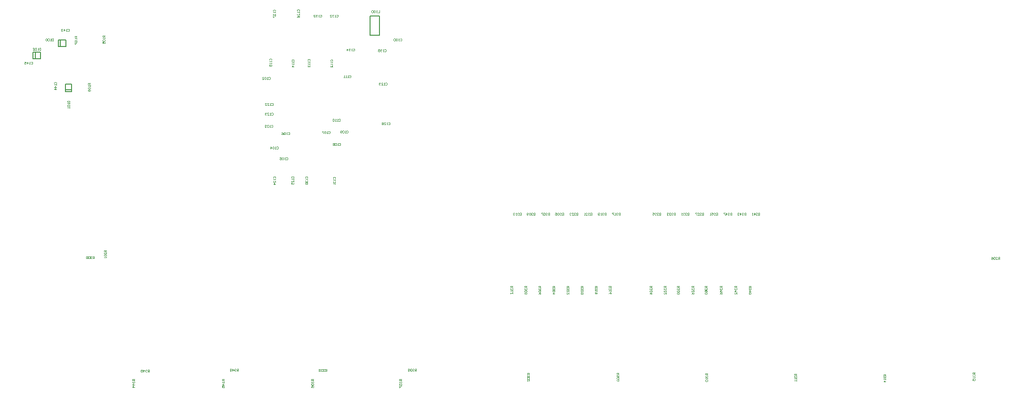
<source format=gbo>
G04 Layer_Color=32896*
%FSTAX44Y44*%
%MOMM*%
G71*
G01*
G75*
%ADD81C,0.1270*%
%ADD82C,0.1500*%
%ADD84C,0.0600*%
D81*
X0030484Y0100673D02*
X0031816D01*
Y0099527D02*
Y0100673D01*
X00308452Y00995412D02*
Y01006588D01*
X0030484Y0099527D02*
Y0100673D01*
X0030484Y0099527D02*
X0031816D01*
X0030484D02*
X0031816D01*
X0030484D02*
Y0100673D01*
X0031816Y0099527D02*
Y0100673D01*
X00308452Y00995412D02*
Y01006588D01*
X0030484Y0100673D02*
X0031816D01*
X0035034Y0102873D02*
X0036366D01*
Y0101727D02*
Y0102873D01*
X00353952Y01017412D02*
Y01028588D01*
X0035034Y0101727D02*
Y0102873D01*
X0035034Y0101727D02*
X0036366D01*
X0035034D02*
X0036366D01*
X0035034D02*
Y0102873D01*
X0036366Y0101727D02*
Y0102873D01*
X00353952Y01017412D02*
Y01028588D01*
X0035034Y0102873D02*
X0036366D01*
X0036277Y0093584D02*
Y0094916D01*
X0037423D01*
X00362912Y00939452D02*
X00374088D01*
X0036277Y0093584D02*
X0037423D01*
Y0093584D02*
Y0094916D01*
Y0093584D02*
Y0094916D01*
X0036277Y0093584D02*
X0037423D01*
X0036277Y0094916D02*
X0037423D01*
X00362912Y00939452D02*
X00374088D01*
X0036277Y0093584D02*
Y0094916D01*
D82*
X0091108Y010375D02*
X0092758D01*
X0091108D02*
Y01072D01*
X0092758D01*
Y010375D02*
Y01072D01*
D84*
X01517Y005855D02*
X01513001D01*
Y00583501D01*
X01513668Y00582834D01*
X01515D01*
X01515667Y00583501D01*
Y005855D01*
Y00584167D02*
X01517Y00582834D01*
X01513668Y00581501D02*
X01513001Y00580835D01*
Y00579502D01*
X01513668Y00578835D01*
X01514334D01*
X01515Y00579502D01*
Y00580168D01*
Y00579502D01*
X01515667Y00578835D01*
X01516333D01*
X01517Y00579502D01*
Y00580835D01*
X01516333Y00581501D01*
X01513001Y00574837D02*
Y00577503D01*
X01515D01*
X01514334Y0057617D01*
Y00575503D01*
X01515Y00574837D01*
X01516333D01*
X01517Y00575503D01*
Y00576836D01*
X01516333Y00577503D01*
X01513668Y00573504D02*
X01513001Y00572837D01*
Y00571505D01*
X01513668Y00570838D01*
X01516333D01*
X01517Y00571505D01*
Y00572837D01*
X01516333Y00573504D01*
X01513668D01*
X01544Y005855D02*
X01540001D01*
Y00583501D01*
X01540668Y00582834D01*
X01542D01*
X01542667Y00583501D01*
Y005855D01*
Y00584167D02*
X01544Y00582834D01*
X01540668Y00581501D02*
X01540001Y00580835D01*
Y00579502D01*
X01540668Y00578835D01*
X01541334D01*
X01542Y00579502D01*
Y00580168D01*
Y00579502D01*
X01542667Y00578835D01*
X01543333D01*
X01544Y00579502D01*
Y00580835D01*
X01543333Y00581501D01*
X01544Y00575503D02*
X01540001D01*
X01542Y00577503D01*
Y00574837D01*
X01540001Y00570838D02*
X01540668Y00572171D01*
X01542Y00573504D01*
X01543333D01*
X01544Y00572837D01*
Y00571505D01*
X01543333Y00570838D01*
X01542667D01*
X01542Y00571505D01*
Y00573504D01*
X0157Y005855D02*
X01566001D01*
Y00583501D01*
X01566668Y00582834D01*
X01568D01*
X01568667Y00583501D01*
Y005855D01*
Y00584167D02*
X0157Y00582834D01*
X01566668Y00581501D02*
X01566001Y00580835D01*
Y00579502D01*
X01566668Y00578835D01*
X01567334D01*
X01568Y00579502D01*
Y00580168D01*
Y00579502D01*
X01568667Y00578835D01*
X01569333D01*
X0157Y00579502D01*
Y00580835D01*
X01569333Y00581501D01*
X0157Y00575503D02*
X01566001D01*
X01568Y00577503D01*
Y00574837D01*
X0157Y00570838D02*
Y00573504D01*
X01567334Y00570838D01*
X01566668D01*
X01566001Y00571505D01*
Y00572837D01*
X01566668Y00573504D01*
X01596Y005855D02*
X01592001D01*
Y00583501D01*
X01592668Y00582834D01*
X01594001D01*
X01594667Y00583501D01*
Y005855D01*
Y00584167D02*
X01596Y00582834D01*
X01592668Y00581501D02*
X01592001Y00580835D01*
Y00579502D01*
X01592668Y00578835D01*
X01593334D01*
X01594001Y00579502D01*
Y00580168D01*
Y00579502D01*
X01594667Y00578835D01*
X01595333D01*
X01596Y00579502D01*
Y00580835D01*
X01595333Y00581501D01*
X01596Y00575503D02*
X01592001D01*
X01594001Y00577503D01*
Y00574837D01*
X01592668Y00573504D02*
X01592001Y00572837D01*
Y00571505D01*
X01592668Y00570838D01*
X01595333D01*
X01596Y00571505D01*
Y00572837D01*
X01595333Y00573504D01*
X01592668D01*
X01418Y005855D02*
X01414001D01*
Y00583501D01*
X01414668Y00582834D01*
X01416001D01*
X01416667Y00583501D01*
Y005855D01*
Y00584167D02*
X01418Y00582834D01*
X01414668Y00581501D02*
X01414001Y00580835D01*
Y00579502D01*
X01414668Y00578835D01*
X01415334D01*
X01416001Y00579502D01*
Y00580168D01*
Y00579502D01*
X01416667Y00578835D01*
X01417333D01*
X01418Y00579502D01*
Y00580835D01*
X01417333Y00581501D01*
X01414668Y00577503D02*
X01414001Y00576836D01*
Y00575503D01*
X01414668Y00574837D01*
X01415334D01*
X01416001Y00575503D01*
Y0057617D01*
Y00575503D01*
X01416667Y00574837D01*
X01417333D01*
X01418Y00575503D01*
Y00576836D01*
X01417333Y00577503D01*
X01418Y00571505D02*
X01414001D01*
X01416001Y00573504D01*
Y00570838D01*
X01443Y005855D02*
X01439001D01*
Y00583501D01*
X01439668Y00582834D01*
X01441001D01*
X01441667Y00583501D01*
Y005855D01*
Y00584167D02*
X01443Y00582834D01*
X01439668Y00581501D02*
X01439001Y00580835D01*
Y00579502D01*
X01439668Y00578835D01*
X01440334D01*
X01441001Y00579502D01*
Y00580168D01*
Y00579502D01*
X01441667Y00578835D01*
X01442333D01*
X01443Y00579502D01*
Y00580835D01*
X01442333Y00581501D01*
X01439668Y00577503D02*
X01439001Y00576836D01*
Y00575503D01*
X01439668Y00574837D01*
X01440334D01*
X01441001Y00575503D01*
Y0057617D01*
Y00575503D01*
X01441667Y00574837D01*
X01442333D01*
X01443Y00575503D01*
Y00576836D01*
X01442333Y00577503D01*
X01443Y00570838D02*
Y00573504D01*
X01440334Y00570838D01*
X01439668D01*
X01439001Y00571505D01*
Y00572837D01*
X01439668Y00573504D01*
X01467Y005855D02*
X01463001D01*
Y00583501D01*
X01463668Y00582834D01*
X01465D01*
X01465667Y00583501D01*
Y005855D01*
Y00584167D02*
X01467Y00582834D01*
X01463668Y00581501D02*
X01463001Y00580835D01*
Y00579502D01*
X01463668Y00578835D01*
X01464334D01*
X01465Y00579502D01*
Y00580168D01*
Y00579502D01*
X01465667Y00578835D01*
X01466333D01*
X01467Y00579502D01*
Y00580835D01*
X01466333Y00581501D01*
X01463668Y00577503D02*
X01463001Y00576836D01*
Y00575503D01*
X01463668Y00574837D01*
X01464334D01*
X01465Y00575503D01*
Y0057617D01*
Y00575503D01*
X01465667Y00574837D01*
X01466333D01*
X01467Y00575503D01*
Y00576836D01*
X01466333Y00577503D01*
X01463668Y00573504D02*
X01463001Y00572837D01*
Y00571505D01*
X01463668Y00570838D01*
X01466333D01*
X01467Y00571505D01*
Y00572837D01*
X01466333Y00573504D01*
X01463668D01*
X01493Y005855D02*
X01489001D01*
Y00583501D01*
X01489668Y00582834D01*
X01491001D01*
X01491667Y00583501D01*
Y005855D01*
Y00584167D02*
X01493Y00582834D01*
X01489668Y00581501D02*
X01489001Y00580835D01*
Y00579502D01*
X01489668Y00578835D01*
X01490334D01*
X01491001Y00579502D01*
Y00580168D01*
Y00579502D01*
X01491667Y00578835D01*
X01492333D01*
X01493Y00579502D01*
Y00580835D01*
X01492333Y00581501D01*
X01493Y00574837D02*
Y00577503D01*
X01490334Y00574837D01*
X01489668D01*
X01489001Y00575503D01*
Y00576836D01*
X01489668Y00577503D01*
X01489001Y00570838D02*
X01489668Y00572171D01*
X01491001Y00573504D01*
X01492333D01*
X01493Y00572837D01*
Y00571505D01*
X01492333Y00570838D01*
X01491667D01*
X01491001Y00571505D01*
Y00573504D01*
X01268429Y005855D02*
X0126443D01*
Y00583501D01*
X01265096Y00582834D01*
X01266429D01*
X01267096Y00583501D01*
Y005855D01*
Y00584167D02*
X01268429Y00582834D01*
X01265096Y00581501D02*
X0126443Y00580835D01*
Y00579502D01*
X01265096Y00578835D01*
X01265763D01*
X01266429Y00579502D01*
Y00580168D01*
Y00579502D01*
X01267096Y00578835D01*
X01267762D01*
X01268429Y00579502D01*
Y00580835D01*
X01267762Y00581501D01*
X01268429Y00574837D02*
Y00577503D01*
X01265763Y00574837D01*
X01265096D01*
X0126443Y00575503D01*
Y00576836D01*
X01265096Y00577503D01*
X01268429Y00570838D02*
Y00573504D01*
X01265763Y00570838D01*
X01265096D01*
X0126443Y00571505D01*
Y00572837D01*
X01265096Y00573504D01*
X01293786Y005855D02*
X01289787D01*
Y00583501D01*
X01290453Y00582834D01*
X01291786D01*
X01292453Y00583501D01*
Y005855D01*
Y00584167D02*
X01293786Y00582834D01*
X01290453Y00581501D02*
X01289787Y00580835D01*
Y00579502D01*
X01290453Y00578835D01*
X0129112D01*
X01291786Y00579502D01*
Y00580168D01*
Y00579502D01*
X01292453Y00578835D01*
X01293119D01*
X01293786Y00579502D01*
Y00580835D01*
X01293119Y00581501D01*
X01293786Y00574837D02*
Y00577503D01*
X0129112Y00574837D01*
X01290453D01*
X01289787Y00575503D01*
Y00576836D01*
X01290453Y00577503D01*
Y00573504D02*
X01289787Y00572837D01*
Y00571505D01*
X01290453Y00570838D01*
X01293119D01*
X01293786Y00571505D01*
Y00572837D01*
X01293119Y00573504D01*
X01290453D01*
X01319143Y005855D02*
X01315144D01*
Y00583501D01*
X01315811Y00582834D01*
X01317144D01*
X0131781Y00583501D01*
Y005855D01*
Y00584167D02*
X01319143Y00582834D01*
X01315811Y00581501D02*
X01315144Y00580835D01*
Y00579502D01*
X01315811Y00578835D01*
X01316477D01*
X01317144Y00579502D01*
Y00580168D01*
Y00579502D01*
X0131781Y00578835D01*
X01318476D01*
X01319143Y00579502D01*
Y00580835D01*
X01318476Y00581501D01*
X01319143Y00577503D02*
Y0057617D01*
Y00576836D01*
X01315144D01*
X01315811Y00577503D01*
Y0057417D02*
X01315144Y00573504D01*
Y00572171D01*
X01315811Y00571505D01*
X01316477D01*
X01317144Y00572171D01*
X0131781Y00571505D01*
X01318476D01*
X01319143Y00572171D01*
Y00573504D01*
X01318476Y0057417D01*
X0131781D01*
X01317144Y00573504D01*
X01316477Y0057417D01*
X01315811D01*
X01317144Y00573504D02*
Y00572171D01*
X013445Y005855D02*
X01340501D01*
Y00583501D01*
X01341168Y00582834D01*
X01342501D01*
X01343167Y00583501D01*
Y005855D01*
Y00584167D02*
X013445Y00582834D01*
X01341168Y00581501D02*
X01340501Y00580835D01*
Y00579502D01*
X01341168Y00578835D01*
X01341834D01*
X01342501Y00579502D01*
Y00580168D01*
Y00579502D01*
X01343167Y00578835D01*
X01343833D01*
X013445Y00579502D01*
Y00580835D01*
X01343833Y00581501D01*
X013445Y00577503D02*
Y0057617D01*
Y00576836D01*
X01340501D01*
X01341168Y00577503D01*
X01340501Y00571505D02*
X01341168Y00572837D01*
X01342501Y0057417D01*
X01343833D01*
X013445Y00573504D01*
Y00572171D01*
X01343833Y00571505D01*
X01343167D01*
X01342501Y00572171D01*
Y0057417D01*
X019985Y0042925D02*
X01994501D01*
Y00427251D01*
X01995168Y00426584D01*
X01996501D01*
X01997167Y00427251D01*
Y0042925D01*
Y00427917D02*
X019985Y00426584D01*
X01995168Y00425251D02*
X01994501Y00424585D01*
Y00423252D01*
X01995168Y00422585D01*
X01995834D01*
X01996501Y00423252D01*
Y00423918D01*
Y00423252D01*
X01997167Y00422585D01*
X01997834D01*
X019985Y00423252D01*
Y00424585D01*
X01997834Y00425251D01*
X019985Y00421253D02*
Y0041992D01*
Y00420586D01*
X01994501D01*
X01995168Y00421253D01*
X01994501Y00415255D02*
Y0041792D01*
X01996501D01*
X01995834Y00416587D01*
Y00415921D01*
X01996501Y00415255D01*
X01997834D01*
X019985Y00415921D01*
Y00417254D01*
X01997834Y0041792D01*
X0183825Y004265D02*
X01834251D01*
Y00424501D01*
X01834918Y00423834D01*
X01836251D01*
X01836917Y00424501D01*
Y004265D01*
Y00425167D02*
X0183825Y00423834D01*
X01834918Y00422501D02*
X01834251Y00421835D01*
Y00420502D01*
X01834918Y00419836D01*
X01835584D01*
X01836251Y00420502D01*
Y00421168D01*
Y00420502D01*
X01836917Y00419836D01*
X01837583D01*
X0183825Y00420502D01*
Y00421835D01*
X01837583Y00422501D01*
X0183825Y00418503D02*
Y0041717D01*
Y00417836D01*
X01834251D01*
X01834918Y00418503D01*
X0183825Y00413171D02*
X01834251D01*
X01836251Y0041517D01*
Y00412505D01*
X01167Y005855D02*
X01163001D01*
Y00583501D01*
X01163668Y00582834D01*
X01165001D01*
X01165667Y00583501D01*
Y005855D01*
Y00584167D02*
X01167Y00582834D01*
X01163668Y00581501D02*
X01163001Y00580835D01*
Y00579502D01*
X01163668Y00578835D01*
X01164334D01*
X01165001Y00579502D01*
Y00580168D01*
Y00579502D01*
X01165667Y00578835D01*
X01166333D01*
X01167Y00579502D01*
Y00580835D01*
X01166333Y00581501D01*
X01167Y00577503D02*
Y0057617D01*
Y00576836D01*
X01163001D01*
X01163668Y00577503D01*
X01167Y00571505D02*
Y0057417D01*
X01164334Y00571505D01*
X01163668D01*
X01163001Y00572171D01*
Y00573504D01*
X01163668Y0057417D01*
X01192357Y005855D02*
X01188358D01*
Y00583501D01*
X01189025Y00582834D01*
X01190358D01*
X01191024Y00583501D01*
Y005855D01*
Y00584167D02*
X01192357Y00582834D01*
X01189025Y00581501D02*
X01188358Y00580835D01*
Y00579502D01*
X01189025Y00578835D01*
X01189691D01*
X01190358Y00579502D01*
Y00580168D01*
Y00579502D01*
X01191024Y00578835D01*
X01191691D01*
X01192357Y00579502D01*
Y00580835D01*
X01191691Y00581501D01*
X01189025Y00577503D02*
X01188358Y00576836D01*
Y00575503D01*
X01189025Y00574837D01*
X01191691D01*
X01192357Y00575503D01*
Y00576836D01*
X01191691Y00577503D01*
X01189025D01*
Y00573504D02*
X01188358Y00572837D01*
Y00571505D01*
X01189025Y00570838D01*
X01189691D01*
X01190358Y00571505D01*
X01191024Y00570838D01*
X01191691D01*
X01192357Y00571505D01*
Y00572837D01*
X01191691Y00573504D01*
X01191024D01*
X01190358Y00572837D01*
X01189691Y00573504D01*
X01189025D01*
X01190358Y00572837D02*
Y00571505D01*
X016775Y00427D02*
X01673501D01*
Y00425001D01*
X01674168Y00424334D01*
X01675501D01*
X01676167Y00425001D01*
Y00427D01*
Y00425667D02*
X016775Y00424334D01*
X01674168Y00423001D02*
X01673501Y00422335D01*
Y00421002D01*
X01674168Y00420336D01*
X01674834D01*
X01675501Y00421002D01*
Y00421668D01*
Y00421002D01*
X01676167Y00420336D01*
X01676834D01*
X016775Y00421002D01*
Y00422335D01*
X01676834Y00423001D01*
X016775Y00419003D02*
Y0041767D01*
Y00418336D01*
X01673501D01*
X01674168Y00419003D01*
X016775Y0041567D02*
Y00414338D01*
Y00415004D01*
X01673501D01*
X01674168Y0041567D01*
X0151775Y0042775D02*
X01513751D01*
Y00425751D01*
X01514418Y00425084D01*
X01515751D01*
X01516417Y00425751D01*
Y0042775D01*
Y00426417D02*
X0151775Y00425084D01*
X01514418Y00423751D02*
X01513751Y00423085D01*
Y00421752D01*
X01514418Y00421086D01*
X01515084D01*
X01515751Y00421752D01*
Y00422418D01*
Y00421752D01*
X01516417Y00421086D01*
X01517084D01*
X0151775Y00421752D01*
Y00423085D01*
X01517084Y00423751D01*
X0151775Y00419753D02*
Y0041842D01*
Y00419086D01*
X01513751D01*
X01514418Y00419753D01*
Y0041642D02*
X01513751Y00415754D01*
Y00414421D01*
X01514418Y00413755D01*
X01517084D01*
X0151775Y00414421D01*
Y00415754D01*
X01517084Y0041642D01*
X01514418D01*
X01217714Y005855D02*
X01213716D01*
Y00583501D01*
X01214382Y00582834D01*
X01215715D01*
X01216381Y00583501D01*
Y005855D01*
Y00584167D02*
X01217714Y00582834D01*
X01214382Y00581501D02*
X01213716Y00580835D01*
Y00579502D01*
X01214382Y00578835D01*
X01215048D01*
X01215715Y00579502D01*
Y00580168D01*
Y00579502D01*
X01216381Y00578835D01*
X01217048D01*
X01217714Y00579502D01*
Y00580835D01*
X01217048Y00581501D01*
X01214382Y00577503D02*
X01213716Y00576836D01*
Y00575503D01*
X01214382Y00574837D01*
X01217048D01*
X01217714Y00575503D01*
Y00576836D01*
X01217048Y00577503D01*
X01214382D01*
X01213716Y00570838D02*
X01214382Y00572171D01*
X01215715Y00573504D01*
X01217048D01*
X01217714Y00572837D01*
Y00571505D01*
X01217048Y00570838D01*
X01216381D01*
X01215715Y00571505D01*
Y00573504D01*
X01243071Y005855D02*
X01239073D01*
Y00583501D01*
X01239739Y00582834D01*
X01241072D01*
X01241739Y00583501D01*
Y005855D01*
Y00584167D02*
X01243071Y00582834D01*
X01239739Y00581501D02*
X01239073Y00580835D01*
Y00579502D01*
X01239739Y00578835D01*
X01240406D01*
X01241072Y00579502D01*
Y00580168D01*
Y00579502D01*
X01241739Y00578835D01*
X01242405D01*
X01243071Y00579502D01*
Y00580835D01*
X01242405Y00581501D01*
X01239739Y00577503D02*
X01239073Y00576836D01*
Y00575503D01*
X01239739Y00574837D01*
X01242405D01*
X01243071Y00575503D01*
Y00576836D01*
X01242405Y00577503D01*
X01239739D01*
X01243071Y00571505D02*
X01239073D01*
X01241072Y00573504D01*
Y00570838D01*
X0135825Y0042875D02*
X01354251D01*
Y00426751D01*
X01354918Y00426084D01*
X01356251D01*
X01356917Y00426751D01*
Y0042875D01*
Y00427417D02*
X0135825Y00426084D01*
X01354918Y00424751D02*
X01354251Y00424085D01*
Y00422752D01*
X01354918Y00422085D01*
X01355584D01*
X01356251Y00422752D01*
Y00423418D01*
Y00422752D01*
X01356917Y00422085D01*
X01357583D01*
X0135825Y00422752D01*
Y00424085D01*
X01357583Y00424751D01*
X01354918Y00420753D02*
X01354251Y00420086D01*
Y00418753D01*
X01354918Y00418087D01*
X01357583D01*
X0135825Y00418753D01*
Y00420086D01*
X01357583Y00420753D01*
X01354918D01*
Y00416754D02*
X01354251Y00416087D01*
Y00414754D01*
X01354918Y00414088D01*
X01355584D01*
X01356251Y00414754D01*
Y00415421D01*
Y00414754D01*
X01356917Y00414088D01*
X01357583D01*
X0135825Y00414754D01*
Y00416087D01*
X01357583Y00416754D01*
X0119725Y0042875D02*
X01193251D01*
Y00426751D01*
X01193918Y00426084D01*
X01195251D01*
X01195917Y00426751D01*
Y0042875D01*
Y00427417D02*
X0119725Y00426084D01*
X01193918Y00424751D02*
X01193251Y00424085D01*
Y00422752D01*
X01193918Y00422085D01*
X01194584D01*
X01195251Y00422752D01*
Y00423418D01*
Y00422752D01*
X01195917Y00422085D01*
X01196584D01*
X0119725Y00422752D01*
Y00424085D01*
X01196584Y00424751D01*
X01193918Y00420753D02*
X01193251Y00420086D01*
Y00418753D01*
X01193918Y00418087D01*
X01196584D01*
X0119725Y00418753D01*
Y00420086D01*
X01196584Y00420753D01*
X01193918D01*
X0119725Y00414088D02*
Y00416754D01*
X01194584Y00414088D01*
X01193918D01*
X01193251Y00414754D01*
Y00416087D01*
X01193918Y00416754D01*
X0067375Y00432D02*
Y00435999D01*
X00671751D01*
X00671084Y00435332D01*
Y00433999D01*
X00671751Y00433333D01*
X0067375D01*
X00672417D02*
X00671084Y00432D01*
X00669751Y00435332D02*
X00669085Y00435999D01*
X00667752D01*
X00667085Y00435332D01*
Y00434666D01*
X00667752Y00433999D01*
X00668418D01*
X00667752D01*
X00667085Y00433333D01*
Y00432666D01*
X00667752Y00432D01*
X00669085D01*
X00669751Y00432666D01*
X00663753Y00432D02*
Y00435999D01*
X00665753Y00433999D01*
X00663087D01*
X00661754Y00432666D02*
X00661087Y00432D01*
X00659755D01*
X00659088Y00432666D01*
Y00435332D01*
X00659755Y00435999D01*
X00661087D01*
X00661754Y00435332D01*
Y00434666D01*
X00661087Y00433999D01*
X00659088D01*
X0064875Y004175D02*
X00644751D01*
Y00415501D01*
X00645418Y00414834D01*
X00646751D01*
X00647417Y00415501D01*
Y004175D01*
Y00416167D02*
X0064875Y00414834D01*
X00645418Y00413501D02*
X00644751Y00412835D01*
Y00411502D01*
X00645418Y00410835D01*
X00646084D01*
X00646751Y00411502D01*
Y00412168D01*
Y00411502D01*
X00647417Y00410835D01*
X00648084D01*
X0064875Y00411502D01*
Y00412835D01*
X00648084Y00413501D01*
X0064875Y00407503D02*
X00644751D01*
X00646751Y00409503D01*
Y00406837D01*
X00644751Y00402838D02*
Y00405504D01*
X00646751D01*
X00646084Y00404171D01*
Y00403505D01*
X00646751Y00402838D01*
X00648084D01*
X0064875Y00403505D01*
Y00404837D01*
X00648084Y00405504D01*
X005135Y004305D02*
Y00434499D01*
X00511501D01*
X00510834Y00433832D01*
Y00432499D01*
X00511501Y00431833D01*
X005135D01*
X00512167D02*
X00510834Y004305D01*
X00509501Y00433832D02*
X00508835Y00434499D01*
X00507502D01*
X00506836Y00433832D01*
Y00433166D01*
X00507502Y00432499D01*
X00508168D01*
X00507502D01*
X00506836Y00431833D01*
Y00431166D01*
X00507502Y004305D01*
X00508835D01*
X00509501Y00431166D01*
X00503503Y004305D02*
Y00434499D01*
X00505503Y00432499D01*
X00502837D01*
X00501504Y00433832D02*
X00500838Y00434499D01*
X00499505D01*
X00498838Y00433832D01*
Y00433166D01*
X00499505Y00432499D01*
X00498838Y00431833D01*
Y00431166D01*
X00499505Y004305D01*
X00500838D01*
X00501504Y00431166D01*
Y00431833D01*
X00500838Y00432499D01*
X00501504Y00433166D01*
Y00433832D01*
X00500838Y00432499D02*
X00499505D01*
X0099375Y00432D02*
Y00435999D01*
X00991751D01*
X00991084Y00435332D01*
Y00433999D01*
X00991751Y00433333D01*
X0099375D01*
X00992417D02*
X00991084Y00432D01*
X00989751Y00435332D02*
X00989085Y00435999D01*
X00987752D01*
X00987085Y00435332D01*
Y00434666D01*
X00987752Y00433999D01*
X00988418D01*
X00987752D01*
X00987085Y00433333D01*
Y00432666D01*
X00987752Y00432D01*
X00989085D01*
X00989751Y00432666D01*
X00985753Y00435332D02*
X00985086Y00435999D01*
X00983753D01*
X00983087Y00435332D01*
Y00434666D01*
X00983753Y00433999D01*
X0098442D01*
X00983753D01*
X00983087Y00433333D01*
Y00432666D01*
X00983753Y00432D01*
X00985086D01*
X00985753Y00432666D01*
X00981754D02*
X00981087Y00432D01*
X00979755D01*
X00979088Y00432666D01*
Y00435332D01*
X00979755Y00435999D01*
X00981087D01*
X00981754Y00435332D01*
Y00434666D01*
X00981087Y00433999D01*
X00979088D01*
X0048725Y004175D02*
X00483251D01*
Y00415501D01*
X00483918Y00414834D01*
X00485251D01*
X00485917Y00415501D01*
Y004175D01*
Y00416167D02*
X0048725Y00414834D01*
X00483918Y00413501D02*
X00483251Y00412835D01*
Y00411502D01*
X00483918Y00410835D01*
X00484584D01*
X00485251Y00411502D01*
Y00412168D01*
Y00411502D01*
X00485917Y00410835D01*
X00486584D01*
X0048725Y00411502D01*
Y00412835D01*
X00486584Y00413501D01*
X0048725Y00407503D02*
X00483251D01*
X00485251Y00409503D01*
Y00406837D01*
X0048725Y00403505D02*
X00483251D01*
X00485251Y00405504D01*
Y00402838D01*
X0083325Y0043175D02*
Y00435749D01*
X00831251D01*
X00830584Y00435082D01*
Y00433749D01*
X00831251Y00433083D01*
X0083325D01*
X00831917D02*
X00830584Y0043175D01*
X00829251Y00435082D02*
X00828585Y00435749D01*
X00827252D01*
X00826585Y00435082D01*
Y00434416D01*
X00827252Y00433749D01*
X00827918D01*
X00827252D01*
X00826585Y00433083D01*
Y00432416D01*
X00827252Y0043175D01*
X00828585D01*
X00829251Y00432416D01*
X00825253Y00435082D02*
X00824586Y00435749D01*
X00823253D01*
X00822587Y00435082D01*
Y00434416D01*
X00823253Y00433749D01*
X0082392D01*
X00823253D01*
X00822587Y00433083D01*
Y00432416D01*
X00823253Y0043175D01*
X00824586D01*
X00825253Y00432416D01*
X00821254Y00435082D02*
X00820587Y00435749D01*
X00819255D01*
X00818588Y00435082D01*
Y00434416D01*
X00819255Y00433749D01*
X00818588Y00433083D01*
Y00432416D01*
X00819255Y0043175D01*
X00820587D01*
X00821254Y00432416D01*
Y00433083D01*
X00820587Y00433749D01*
X00821254Y00434416D01*
Y00435082D01*
X00820587Y00433749D02*
X00819255D01*
X0096725Y004175D02*
X00963251D01*
Y00415501D01*
X00963918Y00414834D01*
X00965251D01*
X00965917Y00415501D01*
Y004175D01*
Y00416167D02*
X0096725Y00414834D01*
X00963918Y00413501D02*
X00963251Y00412835D01*
Y00411502D01*
X00963918Y00410835D01*
X00964584D01*
X00965251Y00411502D01*
Y00412168D01*
Y00411502D01*
X00965917Y00410835D01*
X00966584D01*
X0096725Y00411502D01*
Y00412835D01*
X00966584Y00413501D01*
X00963918Y00409503D02*
X00963251Y00408836D01*
Y00407503D01*
X00963918Y00406837D01*
X00964584D01*
X00965251Y00407503D01*
Y0040817D01*
Y00407503D01*
X00965917Y00406837D01*
X00966584D01*
X0096725Y00407503D01*
Y00408836D01*
X00966584Y00409503D01*
X00963251Y00405504D02*
Y00402838D01*
X00963918D01*
X00966584Y00405504D01*
X0096725D01*
X00809Y004175D02*
X00805001D01*
Y00415501D01*
X00805668Y00414834D01*
X00807001D01*
X00807667Y00415501D01*
Y004175D01*
Y00416167D02*
X00809Y00414834D01*
X00805668Y00413501D02*
X00805001Y00412835D01*
Y00411502D01*
X00805668Y00410835D01*
X00806334D01*
X00807001Y00411502D01*
Y00412168D01*
Y00411502D01*
X00807667Y00410835D01*
X00808334D01*
X00809Y00411502D01*
Y00412835D01*
X00808334Y00413501D01*
X00805668Y00409503D02*
X00805001Y00408836D01*
Y00407503D01*
X00805668Y00406837D01*
X00806334D01*
X00807001Y00407503D01*
Y0040817D01*
Y00407503D01*
X00807667Y00406837D01*
X00808334D01*
X00809Y00407503D01*
Y00408836D01*
X00808334Y00409503D01*
X00805001Y00402838D02*
X00805668Y00404171D01*
X00807001Y00405504D01*
X00808334D01*
X00809Y00404837D01*
Y00403504D01*
X00808334Y00402838D01*
X00807667D01*
X00807001Y00403504D01*
Y00405504D01*
X0043675Y0065D02*
X00432751D01*
Y00648001D01*
X00433418Y00647334D01*
X00434751D01*
X00435417Y00648001D01*
Y0065D01*
Y00648667D02*
X0043675Y00647334D01*
X00433418Y00646001D02*
X00432751Y00645335D01*
Y00644002D01*
X00433418Y00643335D01*
X00434084D01*
X00434751Y00644002D01*
Y00644668D01*
Y00644002D01*
X00435417Y00643335D01*
X00436084D01*
X0043675Y00644002D01*
Y00645335D01*
X00436084Y00646001D01*
X00433418Y00642003D02*
X00432751Y00641336D01*
Y00640003D01*
X00433418Y00639337D01*
X00436084D01*
X0043675Y00640003D01*
Y00641336D01*
X00436084Y00642003D01*
X00433418D01*
X0043675Y00638004D02*
Y00636671D01*
Y00637337D01*
X00432751D01*
X00433418Y00638004D01*
X0040775Y0095075D02*
X00403751D01*
Y00948751D01*
X00404418Y00948084D01*
X00405751D01*
X00406417Y00948751D01*
Y0095075D01*
Y00949417D02*
X0040775Y00948084D01*
Y00946751D02*
Y00945418D01*
Y00946085D01*
X00403751D01*
X00404418Y00946751D01*
Y00943419D02*
X00403751Y00942753D01*
Y0094142D01*
X00404418Y00940753D01*
X00407084D01*
X0040775Y0094142D01*
Y00942753D01*
X00407084Y00943419D01*
X00404418D01*
Y0093942D02*
X00403751Y00938754D01*
Y00937421D01*
X00404418Y00936755D01*
X00405084D01*
X00405751Y00937421D01*
X00406417Y00936755D01*
X00407084D01*
X0040775Y00937421D01*
Y00938754D01*
X00407084Y0093942D01*
X00406417D01*
X00405751Y00938754D01*
X00405084Y0093942D01*
X00404418D01*
X00405751Y00938754D02*
Y00937421D01*
X0038375Y0103575D02*
X00379751D01*
Y01033751D01*
X00380418Y01033084D01*
X00381751D01*
X00382417Y01033751D01*
Y0103575D01*
Y01034417D02*
X0038375Y01033084D01*
Y01031751D02*
Y01030418D01*
Y01031085D01*
X00379751D01*
X00380418Y01031751D01*
Y01028419D02*
X00379751Y01027753D01*
Y0102642D01*
X00380418Y01025753D01*
X00383084D01*
X0038375Y0102642D01*
Y01027753D01*
X00383084Y01028419D01*
X00380418D01*
X00379751Y0102442D02*
Y01021755D01*
X00380418D01*
X00383084Y0102442D01*
X0038375D01*
X0043375Y0103675D02*
X00429751D01*
Y01034751D01*
X00430418Y01034084D01*
X00431751D01*
X00432417Y01034751D01*
Y0103675D01*
Y01035417D02*
X0043375Y01034084D01*
Y01032751D02*
Y01031418D01*
Y01032085D01*
X00429751D01*
X00430418Y01032751D01*
Y01029419D02*
X00429751Y01028753D01*
Y0102742D01*
X00430418Y01026753D01*
X00433084D01*
X0043375Y0102742D01*
Y01028753D01*
X00433084Y01029419D01*
X00430418D01*
X00429751Y01022755D02*
Y0102542D01*
X00431751D01*
X00431084Y01024088D01*
Y01023421D01*
X00431751Y01022755D01*
X00433084D01*
X0043375Y01023421D01*
Y01024754D01*
X00433084Y0102542D01*
X0204275Y0063375D02*
Y00637749D01*
X02040751D01*
X02040084Y00637082D01*
Y00635749D01*
X02040751Y00635083D01*
X0204275D01*
X02041417D02*
X02040084Y0063375D01*
X02036086D02*
X02038751D01*
X02036086Y00636416D01*
Y00637082D01*
X02036752Y00637749D01*
X02038085D01*
X02038751Y00637082D01*
X02034753D02*
X02034086Y00637749D01*
X02032753D01*
X02032087Y00637082D01*
Y00634416D01*
X02032753Y0063375D01*
X02034086D01*
X02034753Y00634416D01*
Y00637082D01*
X02028088Y00637749D02*
X02029421Y00637082D01*
X02030754Y00635749D01*
Y00634416D01*
X02030087Y0063375D01*
X02028754D01*
X02028088Y00634416D01*
Y00635083D01*
X02028754Y00635749D01*
X02030754D01*
X0041475Y00635D02*
Y00638999D01*
X00412751D01*
X00412084Y00638332D01*
Y00636999D01*
X00412751Y00636333D01*
X0041475D01*
X00413417D02*
X00412084Y00635D01*
X00410751Y00638332D02*
X00410085Y00638999D01*
X00408752D01*
X00408086Y00638332D01*
Y00637666D01*
X00408752Y00636999D01*
X00409418D01*
X00408752D01*
X00408086Y00636333D01*
Y00635666D01*
X00408752Y00635D01*
X00410085D01*
X00410751Y00635666D01*
X00406753Y00638332D02*
X00406086Y00638999D01*
X00404753D01*
X00404087Y00638332D01*
Y00635666D01*
X00404753Y00635D01*
X00406086D01*
X00406753Y00635666D01*
Y00638332D01*
X00402754D02*
X00402088Y00638999D01*
X00400755D01*
X00400088Y00638332D01*
Y00635666D01*
X00400755Y00635D01*
X00402088D01*
X00402754Y00635666D01*
Y00638332D01*
X00927668Y01082399D02*
Y010784D01*
X00925002D01*
X00923669D02*
X00922336D01*
X00923003D01*
Y01082399D01*
X00923669Y01081732D01*
X00920337D02*
X00919671Y01082399D01*
X00918338D01*
X00917671Y01081732D01*
Y01079066D01*
X00918338Y010784D01*
X00919671D01*
X00920337Y01079066D01*
Y01081732D01*
X00916338D02*
X00915672Y01082399D01*
X00914339D01*
X00913673Y01081732D01*
Y01079066D01*
X00914339Y010784D01*
X00915672D01*
X00916338Y01079066D01*
Y01081732D01*
X0031825Y01014749D02*
Y0101075D01*
X00316251D01*
X00315584Y01011416D01*
Y01014082D01*
X00316251Y01014749D01*
X0031825D01*
X00314251Y0101075D02*
X00312918D01*
X00313585D01*
Y01014749D01*
X00314251Y01014082D01*
X00310919D02*
X00310253Y01014749D01*
X0030892D01*
X00308253Y01014082D01*
Y01011416D01*
X0030892Y0101075D01*
X00310253D01*
X00310919Y01011416D01*
Y01014082D01*
X00304255Y0101075D02*
X0030692D01*
X00304255Y01013416D01*
Y01014082D01*
X00304921Y01014749D01*
X00306254D01*
X0030692Y01014082D01*
X00366751Y0091925D02*
X0037075D01*
Y00917251D01*
X00370084Y00916584D01*
X00367418D01*
X00366751Y00917251D01*
Y0091925D01*
X0037075Y00915251D02*
Y00913918D01*
Y00914585D01*
X00366751D01*
X00367418Y00915251D01*
Y00911919D02*
X00366751Y00911253D01*
Y0090992D01*
X00367418Y00909253D01*
X00370084D01*
X0037075Y0090992D01*
Y00911253D01*
X00370084Y00911919D01*
X00367418D01*
X0037075Y0090792D02*
Y00906588D01*
Y00907254D01*
X00366751D01*
X00367418Y0090792D01*
X0034125Y01031249D02*
Y0102725D01*
X00339251D01*
X00338584Y01027916D01*
Y01030582D01*
X00339251Y01031249D01*
X0034125D01*
X00337251Y0102725D02*
X00335918D01*
X00336585D01*
Y01031249D01*
X00337251Y01030582D01*
X00333919D02*
X00333253Y01031249D01*
X0033192D01*
X00331253Y01030582D01*
Y01027916D01*
X0033192Y0102725D01*
X00333253D01*
X00333919Y01027916D01*
Y01030582D01*
X0032992D02*
X00329254Y01031249D01*
X00327921D01*
X00327254Y01030582D01*
Y01027916D01*
X00327921Y0102725D01*
X00329254D01*
X0032992Y01027916D01*
Y01030582D01*
X00300834Y00988832D02*
X00301501Y00989499D01*
X00302834D01*
X003035Y00988832D01*
Y00986167D01*
X00302834Y009855D01*
X00301501D01*
X00300834Y00986167D01*
X00299501Y009855D02*
X00298168D01*
X00298835D01*
Y00989499D01*
X00299501Y00988832D01*
X0029417Y009855D02*
Y00989499D01*
X00296169Y00987499D01*
X00293503D01*
X00289505Y00989499D02*
X0029217D01*
Y00987499D01*
X00290837Y00988166D01*
X00290171D01*
X00289505Y00987499D01*
Y00986167D01*
X00290171Y009855D01*
X00291504D01*
X0029217Y00986167D01*
X00343668Y00950334D02*
X00343001Y00951001D01*
Y00952334D01*
X00343668Y00953D01*
X00346334D01*
X00347Y00952334D01*
Y00951001D01*
X00346334Y00950334D01*
X00347Y00949001D02*
Y00947668D01*
Y00948335D01*
X00343001D01*
X00343668Y00949001D01*
X00347Y0094367D02*
X00343001D01*
X00345001Y00945669D01*
Y00943003D01*
X00347Y00939671D02*
X00343001D01*
X00345001Y0094167D01*
Y00939005D01*
X00366834Y01048082D02*
X00367501Y01048749D01*
X00368834D01*
X003695Y01048082D01*
Y01045416D01*
X00368834Y0104475D01*
X00367501D01*
X00366834Y01045416D01*
X00365501Y0104475D02*
X00364168D01*
X00364835D01*
Y01048749D01*
X00365501Y01048082D01*
X0036017Y0104475D02*
Y01048749D01*
X00362169Y01046749D01*
X00359503D01*
X0035817Y01048082D02*
X00357504Y01048749D01*
X00356171D01*
X00355505Y01048082D01*
Y01047416D01*
X00356171Y01046749D01*
X00356838D01*
X00356171D01*
X00355505Y01046083D01*
Y01045416D01*
X00356171Y0104475D01*
X00357504D01*
X0035817Y01045416D01*
X00820834Y01073582D02*
X00821501Y01074249D01*
X00822834D01*
X008235Y01073582D01*
Y01070917D01*
X00822834Y0107025D01*
X00821501D01*
X00820834Y01070917D01*
X00819501Y0107025D02*
X00818168D01*
X00818835D01*
Y01074249D01*
X00819501Y01073582D01*
X00816169D02*
X00815503Y01074249D01*
X0081417D01*
X00813503Y01073582D01*
Y01072916D01*
X0081417Y01072249D01*
X00814836D01*
X0081417D01*
X00813503Y01071583D01*
Y01070917D01*
X0081417Y0107025D01*
X00815503D01*
X00816169Y01070917D01*
X0081217Y01073582D02*
X00811504Y01074249D01*
X00810171D01*
X00809505Y01073582D01*
Y01072916D01*
X00810171Y01072249D01*
X00810837D01*
X00810171D01*
X00809505Y01071583D01*
Y01070917D01*
X00810171Y0107025D01*
X00811504D01*
X0081217Y01070917D01*
X00850334Y01073582D02*
X00851001Y01074249D01*
X00852334D01*
X00853Y01073582D01*
Y01070917D01*
X00852334Y0107025D01*
X00851001D01*
X00850334Y01070917D01*
X00849001Y0107025D02*
X00847668D01*
X00848335D01*
Y01074249D01*
X00849001Y01073582D01*
X00845669D02*
X00845003Y01074249D01*
X0084367D01*
X00843003Y01073582D01*
Y01072916D01*
X0084367Y01072249D01*
X00844336D01*
X0084367D01*
X00843003Y01071583D01*
Y01070917D01*
X0084367Y0107025D01*
X00845003D01*
X00845669Y01070917D01*
X00839005Y0107025D02*
X0084167D01*
X00839005Y01072916D01*
Y01073582D01*
X00839671Y01074249D01*
X00841004D01*
X0084167Y01073582D01*
X00938334Y00951332D02*
X00939001Y00951999D01*
X00940334D01*
X00941Y00951332D01*
Y00948667D01*
X00940334Y00948D01*
X00939001D01*
X00938334Y00948667D01*
X00937001Y00948D02*
X00935668D01*
X00936335D01*
Y00951999D01*
X00937001Y00951332D01*
X00931003Y00948D02*
X00933669D01*
X00931003Y00950666D01*
Y00951332D01*
X0093167Y00951999D01*
X00933003D01*
X00933669Y00951332D01*
X0092967Y00948667D02*
X00929004Y00948D01*
X00927671D01*
X00927004Y00948667D01*
Y00951332D01*
X00927671Y00951999D01*
X00929004D01*
X0092967Y00951332D01*
Y00950666D01*
X00929004Y00949999D01*
X00927004D01*
X00943584Y00879582D02*
X00944251Y00880249D01*
X00945584D01*
X0094625Y00879582D01*
Y00876916D01*
X00945584Y0087625D01*
X00944251D01*
X00943584Y00876916D01*
X00942251Y0087625D02*
X00940918D01*
X00941585D01*
Y00880249D01*
X00942251Y00879582D01*
X00936253Y0087625D02*
X00938919D01*
X00936253Y00878916D01*
Y00879582D01*
X0093692Y00880249D01*
X00938253D01*
X00938919Y00879582D01*
X0093492D02*
X00934254Y00880249D01*
X00932921D01*
X00932254Y00879582D01*
Y00878916D01*
X00932921Y00878249D01*
X00932254Y00877583D01*
Y00876916D01*
X00932921Y0087625D01*
X00934254D01*
X0093492Y00876916D01*
Y00877583D01*
X00934254Y00878249D01*
X0093492Y00878916D01*
Y00879582D01*
X00934254Y00878249D02*
X00932921D01*
X00736918Y01080584D02*
X00736251Y01081251D01*
Y01082584D01*
X00736918Y0108325D01*
X00739584D01*
X0074025Y01082584D01*
Y01081251D01*
X00739584Y01080584D01*
X0074025Y01079251D02*
Y01077918D01*
Y01078585D01*
X00736251D01*
X00736918Y01079251D01*
X0074025Y01073253D02*
Y01075919D01*
X00737584Y01073253D01*
X00736918D01*
X00736251Y0107392D01*
Y01075253D01*
X00736918Y01075919D01*
X00736251Y0107192D02*
Y01069255D01*
X00736918D01*
X00739584Y0107192D01*
X0074025D01*
X00780418Y01081084D02*
X00779751Y01081751D01*
Y01083084D01*
X00780418Y0108375D01*
X00783083D01*
X0078375Y01083084D01*
Y01081751D01*
X00783083Y01081084D01*
X0078375Y01079751D02*
Y01078418D01*
Y01079085D01*
X00779751D01*
X00780418Y01079751D01*
X0078375Y01073753D02*
Y01076419D01*
X00781084Y01073753D01*
X00780418D01*
X00779751Y0107442D01*
Y01075753D01*
X00780418Y01076419D01*
X00779751Y01069755D02*
X00780418Y01071087D01*
X00781751Y0107242D01*
X00783083D01*
X0078375Y01071754D01*
Y01070421D01*
X00783083Y01069755D01*
X00782417D01*
X00781751Y01070421D01*
Y0107242D01*
X00769918Y00780334D02*
X00769251Y00781001D01*
Y00782334D01*
X00769918Y00783D01*
X00772583D01*
X0077325Y00782334D01*
Y00781001D01*
X00772583Y00780334D01*
X0077325Y00779001D02*
Y00777668D01*
Y00778335D01*
X00769251D01*
X00769918Y00779001D01*
X0077325Y00773003D02*
Y00775669D01*
X00770584Y00773003D01*
X00769918D01*
X00769251Y0077367D01*
Y00775003D01*
X00769918Y00775669D01*
X00769251Y00769005D02*
Y0077167D01*
X00771251D01*
X00770584Y00770338D01*
Y00769671D01*
X00771251Y00769005D01*
X00772583D01*
X0077325Y00769671D01*
Y00771004D01*
X00772583Y0077167D01*
X00737668Y00779834D02*
X00737001Y00780501D01*
Y00781834D01*
X00737668Y007825D01*
X00740333D01*
X00741Y00781834D01*
Y00780501D01*
X00740333Y00779834D01*
X00741Y00778501D02*
Y00777168D01*
Y00777835D01*
X00737001D01*
X00737668Y00778501D01*
X00741Y00772503D02*
Y00775169D01*
X00738334Y00772503D01*
X00737668D01*
X00737001Y0077317D01*
Y00774503D01*
X00737668Y00775169D01*
X00741Y00769171D02*
X00737001D01*
X00739001Y0077117D01*
Y00768505D01*
X00733334Y00897082D02*
X00734001Y00897749D01*
X00735334D01*
X00736Y00897082D01*
Y00894416D01*
X00735334Y0089375D01*
X00734001D01*
X00733334Y00894416D01*
X00732001Y0089375D02*
X00730668D01*
X00731335D01*
Y00897749D01*
X00732001Y00897082D01*
X00726003Y0089375D02*
X00728669D01*
X00726003Y00896416D01*
Y00897082D01*
X0072667Y00897749D01*
X00728003D01*
X00728669Y00897082D01*
X0072467D02*
X00724004Y00897749D01*
X00722671D01*
X00722005Y00897082D01*
Y00896416D01*
X00722671Y00895749D01*
X00723337D01*
X00722671D01*
X00722005Y00895083D01*
Y00894416D01*
X00722671Y0089375D01*
X00724004D01*
X0072467Y00894416D01*
X00733334Y00914332D02*
X00734001Y00914999D01*
X00735334D01*
X00736Y00914332D01*
Y00911666D01*
X00735334Y00911D01*
X00734001D01*
X00733334Y00911666D01*
X00732001Y00911D02*
X00730668D01*
X00731335D01*
Y00914999D01*
X00732001Y00914332D01*
X00726003Y00911D02*
X00728669D01*
X00726003Y00913666D01*
Y00914332D01*
X0072667Y00914999D01*
X00728003D01*
X00728669Y00914332D01*
X00722005Y00911D02*
X0072467D01*
X00722005Y00913666D01*
Y00914332D01*
X00722671Y00914999D01*
X00724004D01*
X0072467Y00914332D01*
X00730418Y00992334D02*
X00729751Y00993001D01*
Y00994333D01*
X00730418Y00995D01*
X00733083D01*
X0073375Y00994333D01*
Y00993001D01*
X00733083Y00992334D01*
X0073375Y00991001D02*
Y00989668D01*
Y00990335D01*
X00729751D01*
X00730418Y00991001D01*
X0073375Y00987669D02*
Y00986336D01*
Y00987003D01*
X00729751D01*
X00730418Y00987669D01*
X00729751Y00981671D02*
Y00984337D01*
X00731751D01*
X00731084Y00983004D01*
Y00982337D01*
X00731751Y00981671D01*
X00733083D01*
X0073375Y00982337D01*
Y0098367D01*
X00733083Y00984337D01*
X00770668Y00991084D02*
X00770001Y00991751D01*
Y00993084D01*
X00770668Y0099375D01*
X00773334D01*
X00774Y00993084D01*
Y00991751D01*
X00773334Y00991084D01*
X00774Y00989751D02*
Y00988418D01*
Y00989085D01*
X00770001D01*
X00770668Y00989751D01*
X00774Y00986419D02*
Y00985086D01*
Y00985753D01*
X00770001D01*
X00770668Y00986419D01*
X00774Y00981087D02*
X00770001D01*
X00772001Y00983087D01*
Y00980421D01*
X00799418Y00991334D02*
X00798751Y00992001D01*
Y00993334D01*
X00799418Y00994D01*
X00802084D01*
X0080275Y00993334D01*
Y00992001D01*
X00802084Y00991334D01*
X0080275Y00990001D02*
Y00988668D01*
Y00989335D01*
X00798751D01*
X00799418Y00990001D01*
X0080275Y00986669D02*
Y00985336D01*
Y00986003D01*
X00798751D01*
X00799418Y00986669D01*
Y00983337D02*
X00798751Y0098267D01*
Y00981337D01*
X00799418Y00980671D01*
X00800084D01*
X00800751Y00981337D01*
Y00982004D01*
Y00981337D01*
X00801417Y00980671D01*
X00802084D01*
X0080275Y00981337D01*
Y0098267D01*
X00802084Y00983337D01*
X00840168Y00990834D02*
X00839501Y00991501D01*
Y00992833D01*
X00840168Y009935D01*
X00842833D01*
X008435Y00992833D01*
Y00991501D01*
X00842833Y00990834D01*
X008435Y00989501D02*
Y00988168D01*
Y00988835D01*
X00839501D01*
X00840168Y00989501D01*
X008435Y00986169D02*
Y00984836D01*
Y00985503D01*
X00839501D01*
X00840168Y00986169D01*
X008435Y00980171D02*
Y00982837D01*
X00840834Y00980171D01*
X00840168D01*
X00839501Y00980837D01*
Y0098217D01*
X00840168Y00982837D01*
X00873084Y00964332D02*
X00873751Y00964999D01*
X00875083D01*
X0087575Y00964332D01*
Y00961666D01*
X00875083Y00961D01*
X00873751D01*
X00873084Y00961666D01*
X00871751Y00961D02*
X00870418D01*
X00871085D01*
Y00964999D01*
X00871751Y00964332D01*
X00868419Y00961D02*
X00867086D01*
X00867753D01*
Y00964999D01*
X00868419Y00964332D01*
X00865087Y00961D02*
X00863754D01*
X0086442D01*
Y00964999D01*
X00865087Y00964332D01*
X00854334Y00885832D02*
X00855001Y00886499D01*
X00856333D01*
X00857Y00885832D01*
Y00883166D01*
X00856333Y008825D01*
X00855001D01*
X00854334Y00883166D01*
X00853001Y008825D02*
X00851668D01*
X00852335D01*
Y00886499D01*
X00853001Y00885832D01*
X00849669Y008825D02*
X00848336D01*
X00849003D01*
Y00886499D01*
X00849669Y00885832D01*
X00846337D02*
X0084567Y00886499D01*
X00844337D01*
X00843671Y00885832D01*
Y00883166D01*
X00844337Y008825D01*
X0084567D01*
X00846337Y00883166D01*
Y00885832D01*
X00868584Y00864582D02*
X00869251Y00865249D01*
X00870584D01*
X0087125Y00864582D01*
Y00861916D01*
X00870584Y0086125D01*
X00869251D01*
X00868584Y00861916D01*
X00867251Y0086125D02*
X00865918D01*
X00866585D01*
Y00865249D01*
X00867251Y00864582D01*
X00863919D02*
X00863253Y00865249D01*
X0086192D01*
X00861253Y00864582D01*
Y00861916D01*
X0086192Y0086125D01*
X00863253D01*
X00863919Y00861916D01*
Y00864582D01*
X0085992Y00861916D02*
X00859254Y0086125D01*
X00857921D01*
X00857254Y00861916D01*
Y00864582D01*
X00857921Y00865249D01*
X00859254D01*
X0085992Y00864582D01*
Y00863916D01*
X00859254Y00863249D01*
X00857254D01*
X00855084Y00842332D02*
X00855751Y00842999D01*
X00857084D01*
X0085775Y00842332D01*
Y00839666D01*
X00857084Y00839D01*
X00855751D01*
X00855084Y00839666D01*
X00853751Y00839D02*
X00852418D01*
X00853085D01*
Y00842999D01*
X00853751Y00842332D01*
X00850419D02*
X00849753Y00842999D01*
X0084842D01*
X00847753Y00842332D01*
Y00839666D01*
X0084842Y00839D01*
X00849753D01*
X00850419Y00839666D01*
Y00842332D01*
X0084642D02*
X00845754Y00842999D01*
X00844421D01*
X00843755Y00842332D01*
Y00841666D01*
X00844421Y00840999D01*
X00843755Y00840333D01*
Y00839666D01*
X00844421Y00839D01*
X00845754D01*
X0084642Y00839666D01*
Y00840333D01*
X00845754Y00840999D01*
X0084642Y00841666D01*
Y00842332D01*
X00845754Y00840999D02*
X00844421D01*
X00835834Y00863582D02*
X00836501Y00864249D01*
X00837834D01*
X008385Y00863582D01*
Y00860916D01*
X00837834Y0086025D01*
X00836501D01*
X00835834Y00860916D01*
X00834501Y0086025D02*
X00833168D01*
X00833835D01*
Y00864249D01*
X00834501Y00863582D01*
X00831169D02*
X00830503Y00864249D01*
X0082917D01*
X00828503Y00863582D01*
Y00860916D01*
X0082917Y0086025D01*
X00830503D01*
X00831169Y00860916D01*
Y00863582D01*
X0082717Y00864249D02*
X00824504D01*
Y00863582D01*
X0082717Y00860916D01*
Y0086025D01*
X00763334Y00861832D02*
X00764001Y00862499D01*
X00765333D01*
X00766Y00861832D01*
Y00859166D01*
X00765333Y008585D01*
X00764001D01*
X00763334Y00859166D01*
X00762001Y008585D02*
X00760668D01*
X00761335D01*
Y00862499D01*
X00762001Y00861832D01*
X00758669D02*
X00758003Y00862499D01*
X0075667D01*
X00756003Y00861832D01*
Y00859166D01*
X0075667Y008585D01*
X00758003D01*
X00758669Y00859166D01*
Y00861832D01*
X00752004Y00862499D02*
X00753337Y00861832D01*
X0075467Y00860499D01*
Y00859166D01*
X00754004Y008585D01*
X00752671D01*
X00752004Y00859166D01*
Y00859833D01*
X00752671Y00860499D01*
X0075467D01*
X00759834Y00816332D02*
X00760501Y00816999D01*
X00761833D01*
X007625Y00816332D01*
Y00813666D01*
X00761833Y00813D01*
X00760501D01*
X00759834Y00813666D01*
X00758501Y00813D02*
X00757168D01*
X00757835D01*
Y00816999D01*
X00758501Y00816332D01*
X00755169D02*
X00754503Y00816999D01*
X0075317D01*
X00752503Y00816332D01*
Y00813666D01*
X0075317Y00813D01*
X00754503D01*
X00755169Y00813666D01*
Y00816332D01*
X00748504Y00816999D02*
X0075117D01*
Y00814999D01*
X00749837Y00815666D01*
X00749171D01*
X00748504Y00814999D01*
Y00813666D01*
X00749171Y00813D01*
X00750504D01*
X0075117Y00813666D01*
X00742834Y00835832D02*
X00743501Y00836499D01*
X00744834D01*
X007455Y00835832D01*
Y00833167D01*
X00744834Y008325D01*
X00743501D01*
X00742834Y00833167D01*
X00741501Y008325D02*
X00740168D01*
X00740835D01*
Y00836499D01*
X00741501Y00835832D01*
X00738169D02*
X00737503Y00836499D01*
X0073617D01*
X00735503Y00835832D01*
Y00833167D01*
X0073617Y008325D01*
X00737503D01*
X00738169Y00833167D01*
Y00835832D01*
X00732171Y008325D02*
Y00836499D01*
X0073417Y00834499D01*
X00731505D01*
X00733084Y00874832D02*
X00733751Y00875499D01*
X00735083D01*
X0073575Y00874832D01*
Y00872167D01*
X00735083Y008715D01*
X00733751D01*
X00733084Y00872167D01*
X00731751Y008715D02*
X00730418D01*
X00731085D01*
Y00875499D01*
X00731751Y00874832D01*
X00728419D02*
X00727753Y00875499D01*
X0072642D01*
X00725753Y00874832D01*
Y00872167D01*
X0072642Y008715D01*
X00727753D01*
X00728419Y00872167D01*
Y00874832D01*
X0072442D02*
X00723754Y00875499D01*
X00722421D01*
X00721755Y00874832D01*
Y00874166D01*
X00722421Y00873499D01*
X00723087D01*
X00722421D01*
X00721755Y00872833D01*
Y00872167D01*
X00722421Y008715D01*
X00723754D01*
X0072442Y00872167D01*
X00728334Y00961582D02*
X00729001Y00962249D01*
X00730334D01*
X00731Y00961582D01*
Y00958916D01*
X00730334Y0095825D01*
X00729001D01*
X00728334Y00958916D01*
X00727001Y0095825D02*
X00725668D01*
X00726335D01*
Y00962249D01*
X00727001Y00961582D01*
X00723669D02*
X00723003Y00962249D01*
X0072167D01*
X00721003Y00961582D01*
Y00958916D01*
X0072167Y0095825D01*
X00723003D01*
X00723669Y00958916D01*
Y00961582D01*
X00717005Y0095825D02*
X0071967D01*
X00717005Y00960916D01*
Y00961582D01*
X00717671Y00962249D01*
X00719004D01*
X0071967Y00961582D01*
X00936834Y01011332D02*
X00937501Y01011999D01*
X00938834D01*
X009395Y01011332D01*
Y01008667D01*
X00938834Y01008D01*
X00937501D01*
X00936834Y01008667D01*
X00935501Y01008D02*
X00934168D01*
X00934835D01*
Y01011999D01*
X00935501Y01011332D01*
X00932169D02*
X00931503Y01011999D01*
X0093017D01*
X00929503Y01011332D01*
Y01010666D01*
X0093017Y01009999D01*
X00930836D01*
X0093017D01*
X00929503Y01009333D01*
Y01008667D01*
X0093017Y01008D01*
X00931503D01*
X00932169Y01008667D01*
X00925505Y01011999D02*
X0092817D01*
Y01009999D01*
X00926837Y01010666D01*
X00926171D01*
X00925505Y01009999D01*
Y01008667D01*
X00926171Y01008D01*
X00927504D01*
X0092817Y01008667D01*
X00880084Y01012582D02*
X00880751Y01013249D01*
X00882084D01*
X0088275Y01012582D01*
Y01009916D01*
X00882084Y0100925D01*
X00880751D01*
X00880084Y01009916D01*
X00878751Y0100925D02*
X00877418D01*
X00878085D01*
Y01013249D01*
X00878751Y01012582D01*
X00875419D02*
X00874753Y01013249D01*
X0087342D01*
X00872753Y01012582D01*
Y01011916D01*
X0087342Y01011249D01*
X00874086D01*
X0087342D01*
X00872753Y01010583D01*
Y01009916D01*
X0087342Y0100925D01*
X00874753D01*
X00875419Y01009916D01*
X00869421Y0100925D02*
Y01013249D01*
X0087142Y01011249D01*
X00868755D01*
X00845168Y00778834D02*
X00844501Y00779501D01*
Y00780834D01*
X00845168Y007815D01*
X00847834D01*
X008485Y00780834D01*
Y00779501D01*
X00847834Y00778834D01*
X008485Y00777501D02*
Y00776168D01*
Y00776835D01*
X00844501D01*
X00845168Y00777501D01*
Y00774169D02*
X00844501Y00773503D01*
Y0077217D01*
X00845168Y00771503D01*
X00845834D01*
X00846501Y0077217D01*
Y00772836D01*
Y0077217D01*
X00847167Y00771503D01*
X00847834D01*
X008485Y0077217D01*
Y00773503D01*
X00847834Y00774169D01*
X008485Y0077017D02*
Y00768838D01*
Y00769504D01*
X00844501D01*
X00845168Y0077017D01*
X00795168Y00780084D02*
X00794501Y00780751D01*
Y00782084D01*
X00795168Y0078275D01*
X00797834D01*
X007985Y00782084D01*
Y00780751D01*
X00797834Y00780084D01*
X007985Y00778751D02*
Y00777418D01*
Y00778085D01*
X00794501D01*
X00795168Y00778751D01*
Y00775419D02*
X00794501Y00774753D01*
Y0077342D01*
X00795168Y00772753D01*
X00795834D01*
X00796501Y0077342D01*
Y00774086D01*
Y0077342D01*
X00797167Y00772753D01*
X00797834D01*
X007985Y0077342D01*
Y00774753D01*
X00797834Y00775419D01*
X00795168Y0077142D02*
X00794501Y00770754D01*
Y00769421D01*
X00795168Y00768755D01*
X00797834D01*
X007985Y00769421D01*
Y00770754D01*
X00797834Y0077142D01*
X00795168D01*
X00964834Y01030832D02*
X00965501Y01031499D01*
X00966834D01*
X009675Y01030832D01*
Y01028166D01*
X00966834Y010275D01*
X00965501D01*
X00964834Y01028166D01*
X00963501Y010275D02*
X00962168D01*
X00962835D01*
Y01031499D01*
X00963501Y01030832D01*
X00960169D02*
X00959503Y01031499D01*
X0095817D01*
X00957503Y01030832D01*
Y01028166D01*
X0095817Y010275D01*
X00959503D01*
X00960169Y01028166D01*
Y01030832D01*
X0095617D02*
X00955504Y01031499D01*
X00954171D01*
X00953504Y01030832D01*
Y01028166D01*
X00954171Y010275D01*
X00955504D01*
X0095617Y01028166D01*
Y01030832D01*
X01258506Y00712978D02*
Y00716977D01*
X01256507D01*
X0125584Y0071631D01*
Y00714977D01*
X01256507Y00714311D01*
X01258506D01*
X01257173D02*
X0125584Y00712978D01*
X01254507Y0071631D02*
X01253841Y00716977D01*
X01252508D01*
X01251842Y0071631D01*
Y00715644D01*
X01252508Y00714977D01*
X01253174D01*
X01252508D01*
X01251842Y00714311D01*
Y00713644D01*
X01252508Y00712978D01*
X01253841D01*
X01254507Y00713644D01*
X01250509Y0071631D02*
X01249842Y00716977D01*
X01248509D01*
X01247843Y0071631D01*
Y00713644D01*
X01248509Y00712978D01*
X01249842D01*
X01250509Y00713644D01*
Y0071631D01*
X01243844Y00716977D02*
X0124651D01*
Y00714977D01*
X01245177Y00715644D01*
X0124451D01*
X01243844Y00714977D01*
Y00713644D01*
X0124451Y00712978D01*
X01245844D01*
X0124651Y00713644D01*
X0123336Y00712978D02*
Y00716977D01*
X01231361D01*
X01230694Y0071631D01*
Y00714977D01*
X01231361Y00714311D01*
X0123336D01*
X01232027D02*
X01230694Y00712978D01*
X01229361Y0071631D02*
X01228695Y00716977D01*
X01227362D01*
X01226695Y0071631D01*
Y00715644D01*
X01227362Y00714977D01*
X01228028D01*
X01227362D01*
X01226695Y00714311D01*
Y00713644D01*
X01227362Y00712978D01*
X01228695D01*
X01229361Y00713644D01*
X01225363Y0071631D02*
X01224696Y00716977D01*
X01223363D01*
X01222697Y0071631D01*
Y00713644D01*
X01223363Y00712978D01*
X01224696D01*
X01225363Y00713644D01*
Y0071631D01*
X01221364Y00716977D02*
X01218698D01*
Y0071631D01*
X01221364Y00713644D01*
Y00712978D01*
X01207452D02*
Y00716977D01*
X01205453D01*
X01204786Y0071631D01*
Y00714977D01*
X01205453Y00714311D01*
X01207452D01*
X01206119D02*
X01204786Y00712978D01*
X01203453Y0071631D02*
X01202787Y00716977D01*
X01201454D01*
X01200788Y0071631D01*
Y00715644D01*
X01201454Y00714977D01*
X0120212D01*
X01201454D01*
X01200788Y00714311D01*
Y00713644D01*
X01201454Y00712978D01*
X01202787D01*
X01203453Y00713644D01*
X01199455Y0071631D02*
X01198788Y00716977D01*
X01197455D01*
X01196789Y0071631D01*
Y00713644D01*
X01197455Y00712978D01*
X01198788D01*
X01199455Y00713644D01*
Y0071631D01*
X01195456Y00713644D02*
X0119479Y00712978D01*
X01193456D01*
X0119279Y00713644D01*
Y0071631D01*
X01193456Y00716977D01*
X0119479D01*
X01195456Y0071631D01*
Y00715644D01*
X0119479Y00714977D01*
X0119279D01*
X01182306Y00712978D02*
Y00716977D01*
X01180307D01*
X0117964Y0071631D01*
Y00714977D01*
X01180307Y00714311D01*
X01182306D01*
X01180973D02*
X0117964Y00712978D01*
X01178307Y0071631D02*
X01177641Y00716977D01*
X01176308D01*
X01175641Y0071631D01*
Y00715644D01*
X01176308Y00714977D01*
X01176974D01*
X01176308D01*
X01175641Y00714311D01*
Y00713644D01*
X01176308Y00712978D01*
X01177641D01*
X01178307Y00713644D01*
X01174309Y00712978D02*
X01172976D01*
X01173642D01*
Y00716977D01*
X01174309Y0071631D01*
X01170976D02*
X0117031Y00716977D01*
X01168977D01*
X0116831Y0071631D01*
Y00715644D01*
X01168977Y00714977D01*
X01169643D01*
X01168977D01*
X0116831Y00714311D01*
Y00713644D01*
X01168977Y00712978D01*
X0117031D01*
X01170976Y00713644D01*
X0136036Y00712978D02*
Y00716977D01*
X01358361D01*
X01357694Y0071631D01*
Y00714977D01*
X01358361Y00714311D01*
X0136036D01*
X01359027D02*
X01357694Y00712978D01*
X01356361Y0071631D02*
X01355695Y00716977D01*
X01354362D01*
X01353696Y0071631D01*
Y00715644D01*
X01354362Y00714977D01*
X01355028D01*
X01354362D01*
X01353696Y00714311D01*
Y00713644D01*
X01354362Y00712978D01*
X01355695D01*
X01356361Y00713644D01*
X01352363Y00712978D02*
X0135103D01*
X01351696D01*
Y00716977D01*
X01352363Y0071631D01*
X0134903Y00716977D02*
X01346364D01*
Y0071631D01*
X0134903Y00713644D01*
Y00712978D01*
X0133496D02*
Y00716977D01*
X01332961D01*
X01332294Y0071631D01*
Y00714977D01*
X01332961Y00714311D01*
X0133496D01*
X01333627D02*
X01332294Y00712978D01*
X01330961Y0071631D02*
X01330295Y00716977D01*
X01328962D01*
X01328295Y0071631D01*
Y00715644D01*
X01328962Y00714977D01*
X01329628D01*
X01328962D01*
X01328295Y00714311D01*
Y00713644D01*
X01328962Y00712978D01*
X01330295D01*
X01330961Y00713644D01*
X01326963Y00712978D02*
X0132563D01*
X01326296D01*
Y00716977D01*
X01326963Y0071631D01*
X0132363Y00713644D02*
X01322964Y00712978D01*
X01321631D01*
X01320965Y00713644D01*
Y0071631D01*
X01321631Y00716977D01*
X01322964D01*
X0132363Y0071631D01*
Y00715644D01*
X01322964Y00714977D01*
X01320965D01*
X01309306Y00712978D02*
Y00716977D01*
X01307307D01*
X0130664Y0071631D01*
Y00714977D01*
X01307307Y00714311D01*
X01309306D01*
X01307973D02*
X0130664Y00712978D01*
X01305307Y0071631D02*
X01304641Y00716977D01*
X01303308D01*
X01302641Y0071631D01*
Y00715644D01*
X01303308Y00714977D01*
X01303974D01*
X01303308D01*
X01302641Y00714311D01*
Y00713644D01*
X01303308Y00712978D01*
X01304641D01*
X01305307Y00713644D01*
X01298643Y00712978D02*
X01301309D01*
X01298643Y00715644D01*
Y0071631D01*
X01299309Y00716977D01*
X01300642D01*
X01301309Y0071631D01*
X0129731Y00712978D02*
X01295977D01*
X01296644D01*
Y00716977D01*
X0129731Y0071631D01*
X01284414Y00712978D02*
Y00716977D01*
X01282415D01*
X01281748Y0071631D01*
Y00714977D01*
X01282415Y00714311D01*
X01284414D01*
X01283081D02*
X01281748Y00712978D01*
X01280415Y0071631D02*
X01279749Y00716977D01*
X01278416D01*
X01277749Y0071631D01*
Y00715644D01*
X01278416Y00714977D01*
X01279082D01*
X01278416D01*
X01277749Y00714311D01*
Y00713644D01*
X01278416Y00712978D01*
X01279749D01*
X01280415Y00713644D01*
X01273751Y00712978D02*
X01276417D01*
X01273751Y00715644D01*
Y0071631D01*
X01274417Y00716977D01*
X0127575D01*
X01276417Y0071631D01*
X01272418D02*
X01271751Y00716977D01*
X01270418D01*
X01269752Y0071631D01*
Y00715644D01*
X01270418Y00714977D01*
X01271085D01*
X01270418D01*
X01269752Y00714311D01*
Y00713644D01*
X01270418Y00712978D01*
X01271751D01*
X01272418Y00713644D01*
X01510474Y00712978D02*
Y00716977D01*
X01508475D01*
X01507808Y0071631D01*
Y00714977D01*
X01508475Y00714311D01*
X01510474D01*
X01509141D02*
X01507808Y00712978D01*
X01506475Y0071631D02*
X01505809Y00716977D01*
X01504476D01*
X0150381Y0071631D01*
Y00715644D01*
X01504476Y00714977D01*
X01505142D01*
X01504476D01*
X0150381Y00714311D01*
Y00713644D01*
X01504476Y00712978D01*
X01505809D01*
X01506475Y00713644D01*
X01499811Y00712978D02*
X01502477D01*
X01499811Y00715644D01*
Y0071631D01*
X01500477Y00716977D01*
X0150181D01*
X01502477Y0071631D01*
X01498478Y00716977D02*
X01495812D01*
Y0071631D01*
X01498478Y00713644D01*
Y00712978D01*
X01484312D02*
Y00716977D01*
X01482313D01*
X01481646Y0071631D01*
Y00714977D01*
X01482313Y00714311D01*
X01484312D01*
X01482979D02*
X01481646Y00712978D01*
X01480313Y0071631D02*
X01479647Y00716977D01*
X01478314D01*
X01477648Y0071631D01*
Y00715644D01*
X01478314Y00714977D01*
X0147898D01*
X01478314D01*
X01477648Y00714311D01*
Y00713644D01*
X01478314Y00712978D01*
X01479647D01*
X01480313Y00713644D01*
X01476315Y0071631D02*
X01475648Y00716977D01*
X01474315D01*
X01473649Y0071631D01*
Y00715644D01*
X01474315Y00714977D01*
X01474982D01*
X01474315D01*
X01473649Y00714311D01*
Y00713644D01*
X01474315Y00712978D01*
X01475648D01*
X01476315Y00713644D01*
X01472316Y00712978D02*
X01470983D01*
X01471649D01*
Y00716977D01*
X01472316Y0071631D01*
X0145942Y00712978D02*
Y00716977D01*
X01457421D01*
X01456754Y0071631D01*
Y00714977D01*
X01457421Y00714311D01*
X0145942D01*
X01458087D02*
X01456754Y00712978D01*
X01455421Y0071631D02*
X01454755Y00716977D01*
X01453422D01*
X01452755Y0071631D01*
Y00715644D01*
X01453422Y00714977D01*
X01454088D01*
X01453422D01*
X01452755Y00714311D01*
Y00713644D01*
X01453422Y00712978D01*
X01454755D01*
X01455421Y00713644D01*
X01451423Y0071631D02*
X01450756Y00716977D01*
X01449423D01*
X01448757Y0071631D01*
Y00715644D01*
X01449423Y00714977D01*
X0145009D01*
X01449423D01*
X01448757Y00714311D01*
Y00713644D01*
X01449423Y00712978D01*
X01450756D01*
X01451423Y00713644D01*
X01447424Y0071631D02*
X01446758Y00716977D01*
X01445424D01*
X01444758Y0071631D01*
Y00715644D01*
X01445424Y00714977D01*
X01446091D01*
X01445424D01*
X01444758Y00714311D01*
Y00713644D01*
X01445424Y00712978D01*
X01446758D01*
X01447424Y00713644D01*
X01433512Y00712978D02*
Y00716977D01*
X01431513D01*
X01430846Y0071631D01*
Y00714977D01*
X01431513Y00714311D01*
X01433512D01*
X01432179D02*
X01430846Y00712978D01*
X01429513Y0071631D02*
X01428847Y00716977D01*
X01427514D01*
X01426848Y0071631D01*
Y00715644D01*
X01427514Y00714977D01*
X0142818D01*
X01427514D01*
X01426848Y00714311D01*
Y00713644D01*
X01427514Y00712978D01*
X01428847D01*
X01429513Y00713644D01*
X01425515Y0071631D02*
X01424848Y00716977D01*
X01423515D01*
X01422849Y0071631D01*
Y00715644D01*
X01423515Y00714977D01*
X01424182D01*
X01423515D01*
X01422849Y00714311D01*
Y00713644D01*
X01423515Y00712978D01*
X01424848D01*
X01425515Y00713644D01*
X0141885Y00716977D02*
X01421516D01*
Y00714977D01*
X01420183Y00715644D01*
X01419516D01*
X0141885Y00714977D01*
Y00713644D01*
X01419516Y00712978D01*
X01420849D01*
X01421516Y00713644D01*
X01611312Y00712978D02*
Y00716977D01*
X01609313D01*
X01608646Y0071631D01*
Y00714977D01*
X01609313Y00714311D01*
X01611312D01*
X01609979D02*
X01608646Y00712978D01*
X01607313Y0071631D02*
X01606647Y00716977D01*
X01605314D01*
X01604648Y0071631D01*
Y00715644D01*
X01605314Y00714977D01*
X0160598D01*
X01605314D01*
X01604648Y00714311D01*
Y00713644D01*
X01605314Y00712978D01*
X01606647D01*
X01607313Y00713644D01*
X01601315Y00712978D02*
Y00716977D01*
X01603315Y00714977D01*
X01600649D01*
X01599316Y00712978D02*
X01597983D01*
X01598649D01*
Y00716977D01*
X01599316Y0071631D01*
X0158642Y00712978D02*
Y00716977D01*
X01584421D01*
X01583754Y0071631D01*
Y00714977D01*
X01584421Y00714311D01*
X0158642D01*
X01585087D02*
X01583754Y00712978D01*
X01582421Y0071631D02*
X01581755Y00716977D01*
X01580422D01*
X01579756Y0071631D01*
Y00715644D01*
X01580422Y00714977D01*
X01581088D01*
X01580422D01*
X01579756Y00714311D01*
Y00713644D01*
X01580422Y00712978D01*
X01581755D01*
X01582421Y00713644D01*
X01576423Y00712978D02*
Y00716977D01*
X01578423Y00714977D01*
X01575757D01*
X01574424Y0071631D02*
X01573757Y00716977D01*
X01572424D01*
X01571758Y0071631D01*
Y00715644D01*
X01572424Y00714977D01*
X01573091D01*
X01572424D01*
X01571758Y00714311D01*
Y00713644D01*
X01572424Y00712978D01*
X01573757D01*
X01574424Y00713644D01*
X0156102Y00712978D02*
Y00716977D01*
X01559021D01*
X01558354Y0071631D01*
Y00714977D01*
X01559021Y00714311D01*
X0156102D01*
X01559687D02*
X01558354Y00712978D01*
X01557021Y0071631D02*
X01556355Y00716977D01*
X01555022D01*
X01554355Y0071631D01*
Y00715644D01*
X01555022Y00714977D01*
X01555688D01*
X01555022D01*
X01554355Y00714311D01*
Y00713644D01*
X01555022Y00712978D01*
X01556355D01*
X01557021Y00713644D01*
X01551023Y00712978D02*
Y00716977D01*
X01553023Y00714977D01*
X01550357D01*
X01549024Y00716977D02*
X01546358D01*
Y0071631D01*
X01549024Y00713644D01*
Y00712978D01*
X01535366D02*
Y00716977D01*
X01533367D01*
X015327Y0071631D01*
Y00714977D01*
X01533367Y00714311D01*
X01535366D01*
X01534033D02*
X015327Y00712978D01*
X01531367Y0071631D02*
X01530701Y00716977D01*
X01529368D01*
X01528701Y0071631D01*
Y00715644D01*
X01529368Y00714977D01*
X01530034D01*
X01529368D01*
X01528701Y00714311D01*
Y00713644D01*
X01529368Y00712978D01*
X01530701D01*
X01531367Y00713644D01*
X01524703Y00716977D02*
X01527369D01*
Y00714977D01*
X01526036Y00715644D01*
X01525369D01*
X01524703Y00714977D01*
Y00713644D01*
X01525369Y00712978D01*
X01526702D01*
X01527369Y00713644D01*
X0152337Y00712978D02*
X01522037D01*
X01522704D01*
Y00716977D01*
X0152337Y0071631D01*
M02*

</source>
